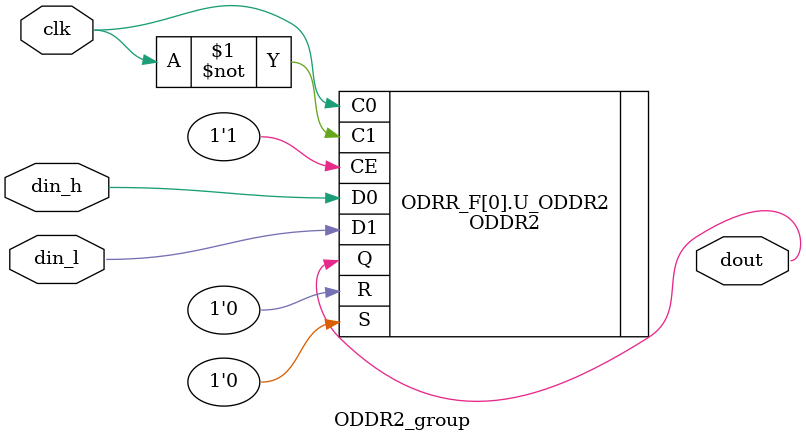
<source format=v>
module ODDR2_group
#(
	parameter DATA_BITS = 1
)
(
	input clk,
	input[DATA_BITS-1:0] din_h,
	input[DATA_BITS-1:0] din_l,
	output[DATA_BITS-1:0] dout
);
 
genvar i;
generate
for (i = 0; i < DATA_BITS; i = i + 1) begin:ODRR_F
	ODDR2 #(
			.DDR_ALIGNMENT("C0"), // Sets output alignment to "NONE", "C0" or "C1" 
			.INIT(1'b0),    // Sets initial state of the Q output to 1'b0 or 1'b1
			.SRTYPE("ASYNC") // Specifies "SYNC" or "ASYNC" set/reset
			) U_ODDR2
		(
			  .Q(dout[i]),   // 1-bit DDR output data
			  .C0(clk),   // 1-bit clock input
			  .C1(~clk),   // 1-bit clock input
			  .CE(1'b1), // 1-bit clock enable input
			  .D0(din_h[i]), // 1-bit data input (associated with C0)
			  .D1(din_l[i]), // 1-bit data input (associated with C1)
			  .R(1'b0),   // 1-bit reset input
			  .S(1'b0)    // 1-bit set input
		);
end
endgenerate
endmodule 
</source>
